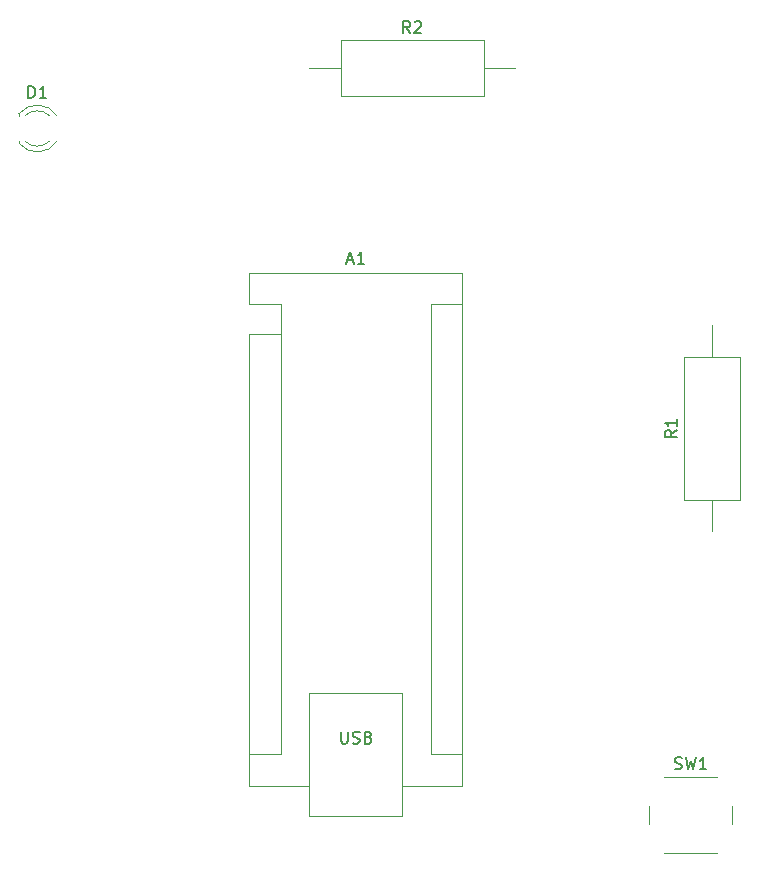
<source format=gbr>
%TF.GenerationSoftware,KiCad,Pcbnew,(7.0.0-0)*%
%TF.CreationDate,2023-02-25T08:41:13-08:00*%
%TF.ProjectId,Intro Projct,496e7472-6f20-4507-926f-6a63742e6b69,rev?*%
%TF.SameCoordinates,Original*%
%TF.FileFunction,Legend,Top*%
%TF.FilePolarity,Positive*%
%FSLAX46Y46*%
G04 Gerber Fmt 4.6, Leading zero omitted, Abs format (unit mm)*
G04 Created by KiCad (PCBNEW (7.0.0-0)) date 2023-02-25 08:41:13*
%MOMM*%
%LPD*%
G01*
G04 APERTURE LIST*
%ADD10C,0.150000*%
%ADD11C,0.120000*%
G04 APERTURE END LIST*
D10*
%TO.C,SW1*%
X161936667Y-94839761D02*
X162079524Y-94887380D01*
X162079524Y-94887380D02*
X162317619Y-94887380D01*
X162317619Y-94887380D02*
X162412857Y-94839761D01*
X162412857Y-94839761D02*
X162460476Y-94792142D01*
X162460476Y-94792142D02*
X162508095Y-94696904D01*
X162508095Y-94696904D02*
X162508095Y-94601666D01*
X162508095Y-94601666D02*
X162460476Y-94506428D01*
X162460476Y-94506428D02*
X162412857Y-94458809D01*
X162412857Y-94458809D02*
X162317619Y-94411190D01*
X162317619Y-94411190D02*
X162127143Y-94363571D01*
X162127143Y-94363571D02*
X162031905Y-94315952D01*
X162031905Y-94315952D02*
X161984286Y-94268333D01*
X161984286Y-94268333D02*
X161936667Y-94173095D01*
X161936667Y-94173095D02*
X161936667Y-94077857D01*
X161936667Y-94077857D02*
X161984286Y-93982619D01*
X161984286Y-93982619D02*
X162031905Y-93935000D01*
X162031905Y-93935000D02*
X162127143Y-93887380D01*
X162127143Y-93887380D02*
X162365238Y-93887380D01*
X162365238Y-93887380D02*
X162508095Y-93935000D01*
X162841429Y-93887380D02*
X163079524Y-94887380D01*
X163079524Y-94887380D02*
X163270000Y-94173095D01*
X163270000Y-94173095D02*
X163460476Y-94887380D01*
X163460476Y-94887380D02*
X163698572Y-93887380D01*
X164603333Y-94887380D02*
X164031905Y-94887380D01*
X164317619Y-94887380D02*
X164317619Y-93887380D01*
X164317619Y-93887380D02*
X164222381Y-94030238D01*
X164222381Y-94030238D02*
X164127143Y-94125476D01*
X164127143Y-94125476D02*
X164031905Y-94173095D01*
%TO.C,R2*%
X139533333Y-32557380D02*
X139200000Y-32081190D01*
X138961905Y-32557380D02*
X138961905Y-31557380D01*
X138961905Y-31557380D02*
X139342857Y-31557380D01*
X139342857Y-31557380D02*
X139438095Y-31605000D01*
X139438095Y-31605000D02*
X139485714Y-31652619D01*
X139485714Y-31652619D02*
X139533333Y-31747857D01*
X139533333Y-31747857D02*
X139533333Y-31890714D01*
X139533333Y-31890714D02*
X139485714Y-31985952D01*
X139485714Y-31985952D02*
X139438095Y-32033571D01*
X139438095Y-32033571D02*
X139342857Y-32081190D01*
X139342857Y-32081190D02*
X138961905Y-32081190D01*
X139914286Y-31652619D02*
X139961905Y-31605000D01*
X139961905Y-31605000D02*
X140057143Y-31557380D01*
X140057143Y-31557380D02*
X140295238Y-31557380D01*
X140295238Y-31557380D02*
X140390476Y-31605000D01*
X140390476Y-31605000D02*
X140438095Y-31652619D01*
X140438095Y-31652619D02*
X140485714Y-31747857D01*
X140485714Y-31747857D02*
X140485714Y-31843095D01*
X140485714Y-31843095D02*
X140438095Y-31985952D01*
X140438095Y-31985952D02*
X139866667Y-32557380D01*
X139866667Y-32557380D02*
X140485714Y-32557380D01*
%TO.C,R1*%
X162097380Y-66206666D02*
X161621190Y-66539999D01*
X162097380Y-66778094D02*
X161097380Y-66778094D01*
X161097380Y-66778094D02*
X161097380Y-66397142D01*
X161097380Y-66397142D02*
X161145000Y-66301904D01*
X161145000Y-66301904D02*
X161192619Y-66254285D01*
X161192619Y-66254285D02*
X161287857Y-66206666D01*
X161287857Y-66206666D02*
X161430714Y-66206666D01*
X161430714Y-66206666D02*
X161525952Y-66254285D01*
X161525952Y-66254285D02*
X161573571Y-66301904D01*
X161573571Y-66301904D02*
X161621190Y-66397142D01*
X161621190Y-66397142D02*
X161621190Y-66778094D01*
X162097380Y-65254285D02*
X162097380Y-65825713D01*
X162097380Y-65539999D02*
X161097380Y-65539999D01*
X161097380Y-65539999D02*
X161240238Y-65635237D01*
X161240238Y-65635237D02*
X161335476Y-65730475D01*
X161335476Y-65730475D02*
X161383095Y-65825713D01*
%TO.C,D1*%
X107211905Y-38047380D02*
X107211905Y-37047380D01*
X107211905Y-37047380D02*
X107450000Y-37047380D01*
X107450000Y-37047380D02*
X107592857Y-37095000D01*
X107592857Y-37095000D02*
X107688095Y-37190238D01*
X107688095Y-37190238D02*
X107735714Y-37285476D01*
X107735714Y-37285476D02*
X107783333Y-37475952D01*
X107783333Y-37475952D02*
X107783333Y-37618809D01*
X107783333Y-37618809D02*
X107735714Y-37809285D01*
X107735714Y-37809285D02*
X107688095Y-37904523D01*
X107688095Y-37904523D02*
X107592857Y-37999761D01*
X107592857Y-37999761D02*
X107450000Y-38047380D01*
X107450000Y-38047380D02*
X107211905Y-38047380D01*
X108735714Y-38047380D02*
X108164286Y-38047380D01*
X108450000Y-38047380D02*
X108450000Y-37047380D01*
X108450000Y-37047380D02*
X108354762Y-37190238D01*
X108354762Y-37190238D02*
X108259524Y-37285476D01*
X108259524Y-37285476D02*
X108164286Y-37333095D01*
%TO.C,A1*%
X134215714Y-51791666D02*
X134691904Y-51791666D01*
X134120476Y-52077380D02*
X134453809Y-51077380D01*
X134453809Y-51077380D02*
X134787142Y-52077380D01*
X135644285Y-52077380D02*
X135072857Y-52077380D01*
X135358571Y-52077380D02*
X135358571Y-51077380D01*
X135358571Y-51077380D02*
X135263333Y-51220238D01*
X135263333Y-51220238D02*
X135168095Y-51315476D01*
X135168095Y-51315476D02*
X135072857Y-51363095D01*
X133668095Y-91717380D02*
X133668095Y-92526904D01*
X133668095Y-92526904D02*
X133715714Y-92622142D01*
X133715714Y-92622142D02*
X133763333Y-92669761D01*
X133763333Y-92669761D02*
X133858571Y-92717380D01*
X133858571Y-92717380D02*
X134049047Y-92717380D01*
X134049047Y-92717380D02*
X134144285Y-92669761D01*
X134144285Y-92669761D02*
X134191904Y-92622142D01*
X134191904Y-92622142D02*
X134239523Y-92526904D01*
X134239523Y-92526904D02*
X134239523Y-91717380D01*
X134668095Y-92669761D02*
X134810952Y-92717380D01*
X134810952Y-92717380D02*
X135049047Y-92717380D01*
X135049047Y-92717380D02*
X135144285Y-92669761D01*
X135144285Y-92669761D02*
X135191904Y-92622142D01*
X135191904Y-92622142D02*
X135239523Y-92526904D01*
X135239523Y-92526904D02*
X135239523Y-92431666D01*
X135239523Y-92431666D02*
X135191904Y-92336428D01*
X135191904Y-92336428D02*
X135144285Y-92288809D01*
X135144285Y-92288809D02*
X135049047Y-92241190D01*
X135049047Y-92241190D02*
X134858571Y-92193571D01*
X134858571Y-92193571D02*
X134763333Y-92145952D01*
X134763333Y-92145952D02*
X134715714Y-92098333D01*
X134715714Y-92098333D02*
X134668095Y-92003095D01*
X134668095Y-92003095D02*
X134668095Y-91907857D01*
X134668095Y-91907857D02*
X134715714Y-91812619D01*
X134715714Y-91812619D02*
X134763333Y-91765000D01*
X134763333Y-91765000D02*
X134858571Y-91717380D01*
X134858571Y-91717380D02*
X135096666Y-91717380D01*
X135096666Y-91717380D02*
X135239523Y-91765000D01*
X136001428Y-92193571D02*
X136144285Y-92241190D01*
X136144285Y-92241190D02*
X136191904Y-92288809D01*
X136191904Y-92288809D02*
X136239523Y-92384047D01*
X136239523Y-92384047D02*
X136239523Y-92526904D01*
X136239523Y-92526904D02*
X136191904Y-92622142D01*
X136191904Y-92622142D02*
X136144285Y-92669761D01*
X136144285Y-92669761D02*
X136049047Y-92717380D01*
X136049047Y-92717380D02*
X135668095Y-92717380D01*
X135668095Y-92717380D02*
X135668095Y-91717380D01*
X135668095Y-91717380D02*
X136001428Y-91717380D01*
X136001428Y-91717380D02*
X136096666Y-91765000D01*
X136096666Y-91765000D02*
X136144285Y-91812619D01*
X136144285Y-91812619D02*
X136191904Y-91907857D01*
X136191904Y-91907857D02*
X136191904Y-92003095D01*
X136191904Y-92003095D02*
X136144285Y-92098333D01*
X136144285Y-92098333D02*
X136096666Y-92145952D01*
X136096666Y-92145952D02*
X136001428Y-92193571D01*
X136001428Y-92193571D02*
X135668095Y-92193571D01*
D11*
%TO.C,SW1*%
X161020000Y-102020000D02*
X165520000Y-102020000D01*
X165520000Y-95520000D02*
X161020000Y-95520000D01*
X166770000Y-99520000D02*
X166770000Y-98020000D01*
X159770000Y-98020000D02*
X159770000Y-99520000D01*
%TO.C,R2*%
X145770000Y-37930000D02*
X145770000Y-33190000D01*
X148420000Y-35560000D02*
X145770000Y-35560000D01*
X130980000Y-35560000D02*
X133630000Y-35560000D01*
X133630000Y-33190000D02*
X133630000Y-37930000D01*
X145770000Y-33190000D02*
X133630000Y-33190000D01*
X133630000Y-37930000D02*
X145770000Y-37930000D01*
%TO.C,R1*%
X167470000Y-59970000D02*
X162730000Y-59970000D01*
X165100000Y-57320000D02*
X165100000Y-59970000D01*
X165100000Y-74760000D02*
X165100000Y-72110000D01*
X162730000Y-72110000D02*
X167470000Y-72110000D01*
X162730000Y-59970000D02*
X162730000Y-72110000D01*
X167470000Y-72110000D02*
X167470000Y-59970000D01*
%TO.C,D1*%
X106390000Y-41720000D02*
X106390000Y-41876000D01*
X106390000Y-39404000D02*
X106390000Y-39560000D01*
X106909040Y-41719999D02*
G75*
G03*
X108991129Y-41719836I1040960J1079999D01*
G01*
X109622334Y-39561392D02*
G75*
G03*
X106390001Y-39404485I-1672334J-1078608D01*
G01*
X106390001Y-41875515D02*
G75*
G03*
X109622334Y-41718608I1559999J1235515D01*
G01*
X108991129Y-39560164D02*
G75*
G03*
X106909040Y-39560001I-1041129J-1079836D01*
G01*
%TO.C,A1*%
X128580000Y-55520000D02*
X125910000Y-55520000D01*
X138870000Y-98830000D02*
X130990000Y-98830000D01*
X143950000Y-96290000D02*
X143950000Y-52850000D01*
X130990000Y-98830000D02*
X130990000Y-88410000D01*
X138870000Y-88410000D02*
X138870000Y-98830000D01*
X143950000Y-96290000D02*
X138870000Y-96290000D01*
X125910000Y-58060000D02*
X125910000Y-96290000D01*
X128580000Y-93620000D02*
X125910000Y-93620000D01*
X141280000Y-55520000D02*
X141280000Y-93620000D01*
X128580000Y-58060000D02*
X128580000Y-55520000D01*
X141280000Y-93620000D02*
X143950000Y-93620000D01*
X141280000Y-55520000D02*
X143950000Y-55520000D01*
X128580000Y-58060000D02*
X125910000Y-58060000D01*
X143950000Y-52850000D02*
X125910000Y-52850000D01*
X125910000Y-96290000D02*
X130990000Y-96290000D01*
X125910000Y-52850000D02*
X125910000Y-55520000D01*
X130990000Y-88410000D02*
X138870000Y-88410000D01*
X128580000Y-58060000D02*
X128580000Y-93620000D01*
%TD*%
M02*

</source>
